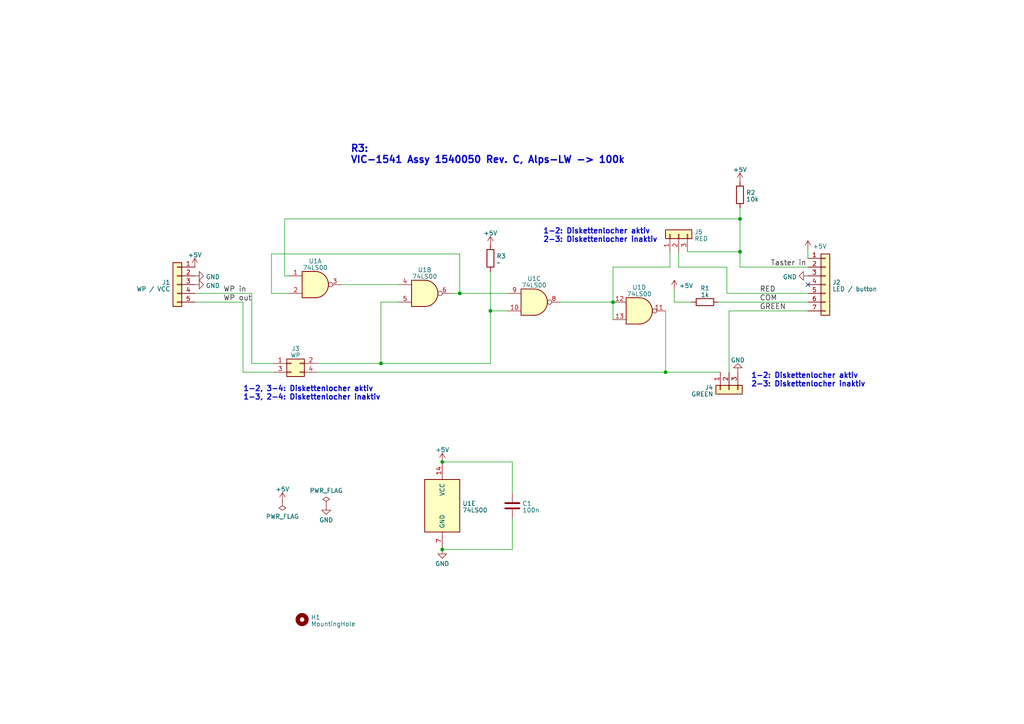
<source format=kicad_sch>
(kicad_sch (version 20230121) (generator eeschema)
  (paper "A4")
  (title_block (title "1541 Elektronischer Diskettenlocher") (date "2024-04-28") (rev "1.0") (company "TMO"))
  (lib_symbols
    (symbol "74xx:74LS00" (pin_names (offset 1.016))
      (property "Reference" "U" (at 0 1.27 0))
      (property "Value" "74LS00" (at 0 -1.27 0))
      (symbol "74LS00_1_1"
        (arc (start 0 -3.81) (mid 3.7934 0) (end 0 3.81) (stroke (width 0.254)) (fill (type background)))
        (polyline (pts (xy 0 3.81) (xy -3.81 3.81) (xy -3.81 -3.81) (xy 0 -3.81)) (stroke (width 0.254)) (fill (type background)))
        (pin input line (at -7.62 2.54 0) (length 3.81) (name "~") (number "1"))
        (pin input line (at -7.62 -2.54 0) (length 3.81) (name "~") (number "2"))
        (pin output inverted (at 7.62 0 180) (length 3.81) (name "~") (number "3"))
      )
      (symbol "74LS00_1_2"
        (arc (start -3.81 -3.81) (mid -2.589 0) (end -3.81 3.81) (stroke (width 0.254)))
        (arc (start -0.6096 -3.81) (mid 2.1842 -2.5851) (end 3.81 0) (stroke (width 0.254)) (fill (type background)))
        (polyline (pts (xy -3.81 -3.81) (xy -0.635 -3.81)) (stroke (width 0.254)) (fill (type background)))
        (polyline (pts (xy -3.81 3.81) (xy -0.635 3.81)) (stroke (width 0.254)) (fill (type background)))
        (polyline (pts (xy -0.635 3.81) (xy -3.81 3.81) (xy -3.81 3.81) (xy -3.556 3.4036) (xy -3.0226 2.2606) (xy -2.6924 1.0414) (xy -2.6162 -0.254) (xy -2.7686 -1.4986) (xy -3.175 -2.7178) (xy -3.81 -3.81) (xy -3.81 -3.81) (xy -0.635 -3.81)) (stroke (width -25.4)) (fill (type background)))
        (arc (start 3.81 0) (mid 2.1915 2.5936) (end -0.6096 3.81) (stroke (width 0.254)) (fill (type background)))
        (pin input inverted (at -7.62 2.54 0) (length 4.318) (name "~") (number "1"))
        (pin input inverted (at -7.62 -2.54 0) (length 4.318) (name "~") (number "2"))
        (pin output line (at 7.62 0 180) (length 3.81) (name "~") (number "3"))
      )
      (symbol "74LS00_2_1"
        (arc (start 0 -3.81) (mid 3.7934 0) (end 0 3.81) (stroke (width 0.254)) (fill (type background)))
        (polyline (pts (xy 0 3.81) (xy -3.81 3.81) (xy -3.81 -3.81) (xy 0 -3.81)) (stroke (width 0.254)) (fill (type background)))
        (pin input line (at -7.62 2.54 0) (length 3.81) (name "~") (number "4"))
        (pin input line (at -7.62 -2.54 0) (length 3.81) (name "~") (number "5"))
        (pin output inverted (at 7.62 0 180) (length 3.81) (name "~") (number "6"))
      )
      (symbol "74LS00_2_2"
        (arc (start -3.81 -3.81) (mid -2.589 0) (end -3.81 3.81) (stroke (width 0.254)))
        (arc (start -0.6096 -3.81) (mid 2.1842 -2.5851) (end 3.81 0) (stroke (width 0.254)) (fill (type background)))
        (polyline (pts (xy -3.81 -3.81) (xy -0.635 -3.81)) (stroke (width 0.254)) (fill (type background)))
        (polyline (pts (xy -3.81 3.81) (xy -0.635 3.81)) (stroke (width 0.254)) (fill (type background)))
        (polyline (pts (xy -0.635 3.81) (xy -3.81 3.81) (xy -3.81 3.81) (xy -3.556 3.4036) (xy -3.0226 2.2606) (xy -2.6924 1.0414) (xy -2.6162 -0.254) (xy -2.7686 -1.4986) (xy -3.175 -2.7178) (xy -3.81 -3.81) (xy -3.81 -3.81) (xy -0.635 -3.81)) (stroke (width -25.4)) (fill (type background)))
        (arc (start 3.81 0) (mid 2.1915 2.5936) (end -0.6096 3.81) (stroke (width 0.254)) (fill (type background)))
        (pin input inverted (at -7.62 2.54 0) (length 4.318) (name "~") (number "4"))
        (pin input inverted (at -7.62 -2.54 0) (length 4.318) (name "~") (number "5"))
        (pin output line (at 7.62 0 180) (length 3.81) (name "~") (number "6"))
      )
      (symbol "74LS00_3_1"
        (arc (start 0 -3.81) (mid 3.7934 0) (end 0 3.81) (stroke (width 0.254)) (fill (type background)))
        (polyline (pts (xy 0 3.81) (xy -3.81 3.81) (xy -3.81 -3.81) (xy 0 -3.81)) (stroke (width 0.254)) (fill (type background)))
        (pin input line (at -7.62 -2.54 0) (length 3.81) (name "~") (number "10"))
        (pin output inverted (at 7.62 0 180) (length 3.81) (name "~") (number "8"))
        (pin input line (at -7.62 2.54 0) (length 3.81) (name "~") (number "9"))
      )
      (symbol "74LS00_3_2"
        (arc (start -3.81 -3.81) (mid -2.589 0) (end -3.81 3.81) (stroke (width 0.254)))
        (arc (start -0.6096 -3.81) (mid 2.1842 -2.5851) (end 3.81 0) (stroke (width 0.254)) (fill (type background)))
        (polyline (pts (xy -3.81 -3.81) (xy -0.635 -3.81)) (stroke (width 0.254)) (fill (type background)))
        (polyline (pts (xy -3.81 3.81) (xy -0.635 3.81)) (stroke (width 0.254)) (fill (type background)))
        (polyline (pts (xy -0.635 3.81) (xy -3.81 3.81) (xy -3.81 3.81) (xy -3.556 3.4036) (xy -3.0226 2.2606) (xy -2.6924 1.0414) (xy -2.6162 -0.254) (xy -2.7686 -1.4986) (xy -3.175 -2.7178) (xy -3.81 -3.81) (xy -3.81 -3.81) (xy -0.635 -3.81)) (stroke (width -25.4)) (fill (type background)))
        (arc (start 3.81 0) (mid 2.1915 2.5936) (end -0.6096 3.81) (stroke (width 0.254)) (fill (type background)))
        (pin input inverted (at -7.62 -2.54 0) (length 4.318) (name "~") (number "10"))
        (pin output line (at 7.62 0 180) (length 3.81) (name "~") (number "8"))
        (pin input inverted (at -7.62 2.54 0) (length 4.318) (name "~") (number "9"))
      )
      (symbol "74LS00_4_1"
        (arc (start 0 -3.81) (mid 3.7934 0) (end 0 3.81) (stroke (width 0.254)) (fill (type background)))
        (polyline (pts (xy 0 3.81) (xy -3.81 3.81) (xy -3.81 -3.81) (xy 0 -3.81)) (stroke (width 0.254)) (fill (type background)))
        (pin output inverted (at 7.62 0 180) (length 3.81) (name "~") (number "11"))
        (pin input line (at -7.62 2.54 0) (length 3.81) (name "~") (number "12"))
        (pin input line (at -7.62 -2.54 0) (length 3.81) (name "~") (number "13"))
      )
      (symbol "74LS00_4_2"
        (arc (start -3.81 -3.81) (mid -2.589 0) (end -3.81 3.81) (stroke (width 0.254)))
        (arc (start -0.6096 -3.81) (mid 2.1842 -2.5851) (end 3.81 0) (stroke (width 0.254)) (fill (type background)))
        (polyline (pts (xy -3.81 -3.81) (xy -0.635 -3.81)) (stroke (width 0.254)) (fill (type background)))
        (polyline (pts (xy -3.81 3.81) (xy -0.635 3.81)) (stroke (width 0.254)) (fill (type background)))
        (polyline (pts (xy -0.635 3.81) (xy -3.81 3.81) (xy -3.81 3.81) (xy -3.556 3.4036) (xy -3.0226 2.2606) (xy -2.6924 1.0414) (xy -2.6162 -0.254) (xy -2.7686 -1.4986) (xy -3.175 -2.7178) (xy -3.81 -3.81) (xy -3.81 -3.81) (xy -0.635 -3.81)) (stroke (width -25.4)) (fill (type background)))
        (arc (start 3.81 0) (mid 2.1915 2.5936) (end -0.6096 3.81) (stroke (width 0.254)) (fill (type background)))
        (pin output line (at 7.62 0 180) (length 3.81) (name "~") (number "11"))
        (pin input inverted (at -7.62 2.54 0) (length 4.318) (name "~") (number "12"))
        (pin input inverted (at -7.62 -2.54 0) (length 4.318) (name "~") (number "13"))
      )
      (symbol "74LS00_5_0"
        (pin power_in line (at 0 12.7 270) (length 5.08) (name "VCC") (number "14"))
        (pin power_in line (at 0 -12.7 90) (length 5.08) (name "GND") (number "7"))
      )
      (symbol "74LS00_5_1"
        (rectangle (start -5.08 7.62) (end 5.08 -7.62) (stroke (width 0.254)) (fill (type background)))
      )
    )
    (symbol "Connector_Generic:Conn_01x03" (pin_names (offset 1.016) hide)
      (property "Reference" "J" (at 0 5.08 0))
      (property "Value" "Conn_01x03" (at 0 -5.08 0))
      (symbol "Conn_01x03_1_1"
        (rectangle (start -1.27 -2.413) (end 0 -2.667) (stroke (width 0.1524)))
        (rectangle (start -1.27 0.127) (end 0 -0.127) (stroke (width 0.1524)))
        (rectangle (start -1.27 2.667) (end 0 2.413) (stroke (width 0.1524)))
        (rectangle (start -1.27 3.81) (end 1.27 -3.81) (stroke (width 0.254)) (fill (type background)))
        (pin passive line (at -5.08 2.54 0) (length 3.81) (name "Pin_1") (number "1"))
        (pin passive line (at -5.08 0 0) (length 3.81) (name "Pin_2") (number "2"))
        (pin passive line (at -5.08 -2.54 0) (length 3.81) (name "Pin_3") (number "3"))
      )
    )
    (symbol "Connector_Generic:Conn_01x05" (pin_names (offset 1.016) hide)
      (property "Reference" "J" (at 0 7.62 0))
      (property "Value" "Conn_01x05" (at 0 -7.62 0))
      (symbol "Conn_01x05_1_1"
        (rectangle (start -1.27 -4.953) (end 0 -5.207) (stroke (width 0.1524)))
        (rectangle (start -1.27 -2.413) (end 0 -2.667) (stroke (width 0.1524)))
        (rectangle (start -1.27 0.127) (end 0 -0.127) (stroke (width 0.1524)))
        (rectangle (start -1.27 2.667) (end 0 2.413) (stroke (width 0.1524)))
        (rectangle (start -1.27 5.207) (end 0 4.953) (stroke (width 0.1524)))
        (rectangle (start -1.27 6.35) (end 1.27 -6.35) (stroke (width 0.254)) (fill (type background)))
        (pin passive line (at -5.08 5.08 0) (length 3.81) (name "Pin_1") (number "1"))
        (pin passive line (at -5.08 2.54 0) (length 3.81) (name "Pin_2") (number "2"))
        (pin passive line (at -5.08 0 0) (length 3.81) (name "Pin_3") (number "3"))
        (pin passive line (at -5.08 -2.54 0) (length 3.81) (name "Pin_4") (number "4"))
        (pin passive line (at -5.08 -5.08 0) (length 3.81) (name "Pin_5") (number "5"))
      )
    )
    (symbol "Connector_Generic:Conn_01x07" (pin_names (offset 1.016) hide)
      (property "Reference" "J" (at 0 10.16 0))
      (property "Value" "Conn_01x07" (at 0 -10.16 0))
      (symbol "Conn_01x07_1_1"
        (rectangle (start -1.27 -7.493) (end 0 -7.747) (stroke (width 0.1524)))
        (rectangle (start -1.27 -4.953) (end 0 -5.207) (stroke (width 0.1524)))
        (rectangle (start -1.27 -2.413) (end 0 -2.667) (stroke (width 0.1524)))
        (rectangle (start -1.27 0.127) (end 0 -0.127) (stroke (width 0.1524)))
        (rectangle (start -1.27 2.667) (end 0 2.413) (stroke (width 0.1524)))
        (rectangle (start -1.27 5.207) (end 0 4.953) (stroke (width 0.1524)))
        (rectangle (start -1.27 7.747) (end 0 7.493) (stroke (width 0.1524)))
        (rectangle (start -1.27 8.89) (end 1.27 -8.89) (stroke (width 0.254)) (fill (type background)))
        (pin passive line (at -5.08 7.62 0) (length 3.81) (name "Pin_1") (number "1"))
        (pin passive line (at -5.08 5.08 0) (length 3.81) (name "Pin_2") (number "2"))
        (pin passive line (at -5.08 2.54 0) (length 3.81) (name "Pin_3") (number "3"))
        (pin passive line (at -5.08 0 0) (length 3.81) (name "Pin_4") (number "4"))
        (pin passive line (at -5.08 -2.54 0) (length 3.81) (name "Pin_5") (number "5"))
        (pin passive line (at -5.08 -5.08 0) (length 3.81) (name "Pin_6") (number "6"))
        (pin passive line (at -5.08 -7.62 0) (length 3.81) (name "Pin_7") (number "7"))
      )
    )
    (symbol "Connector_Generic:Conn_02x02_Odd_Even" (pin_names (offset 1.016) hide)
      (property "Reference" "J" (at 1.27 2.54 0))
      (property "Value" "Conn_02x02_Odd_Even" (at 1.27 -5.08 0))
      (symbol "Conn_02x02_Odd_Even_1_1"
        (rectangle (start -1.27 -2.413) (end 0 -2.667) (stroke (width 0.1524)))
        (rectangle (start -1.27 0.127) (end 0 -0.127) (stroke (width 0.1524)))
        (rectangle (start -1.27 1.27) (end 3.81 -3.81) (stroke (width 0.254)) (fill (type background)))
        (rectangle (start 3.81 -2.413) (end 2.54 -2.667) (stroke (width 0.1524)))
        (rectangle (start 3.81 0.127) (end 2.54 -0.127) (stroke (width 0.1524)))
        (pin passive line (at -5.08 0 0) (length 3.81) (name "Pin_1") (number "1"))
        (pin passive line (at 7.62 0 180) (length 3.81) (name "Pin_2") (number "2"))
        (pin passive line (at -5.08 -2.54 0) (length 3.81) (name "Pin_3") (number "3"))
        (pin passive line (at 7.62 -2.54 180) (length 3.81) (name "Pin_4") (number "4"))
      )
    )
    (symbol "Device:C" (pin_numbers hide) (pin_names (offset 0.254))
      (property "Reference" "C" (at 0.635 2.54 0))
      (property "Value" "C" (at 0.635 -2.54 0))
      (symbol "C_0_1"
        (polyline (pts (xy -2.032 -0.762) (xy 2.032 -0.762)) (stroke (width 0.508)))
        (polyline (pts (xy -2.032 0.762) (xy 2.032 0.762)) (stroke (width 0.508)))
      )
      (symbol "C_1_1"
        (pin passive line (at 0 3.81 270) (length 2.794) (name "~") (number "1"))
        (pin passive line (at 0 -3.81 90) (length 2.794) (name "~") (number "2"))
      )
    )
    (symbol "Device:R" (pin_numbers hide) (pin_names (offset 0))
      (property "Reference" "R" (at 2.032 0 90))
      (property "Value" "R" (at 0 0 90))
      (symbol "R_0_1"
        (rectangle (start -1.016 -2.54) (end 1.016 2.54) (stroke (width 0.254)))
      )
      (symbol "R_1_1"
        (pin passive line (at 0 3.81 270) (length 1.27) (name "~") (number "1"))
        (pin passive line (at 0 -3.81 90) (length 1.27) (name "~") (number "2"))
      )
    )
    (symbol "Mechanical:MountingHole" (pin_names (offset 1.016))
      (property "Reference" "H" (at 0 5.08 0))
      (property "Value" "MountingHole" (at 0 3.175 0))
      (symbol "MountingHole_0_1"
        (circle (center 0 0) (radius 1.27) (stroke (width 1.27)))
      )
    )
    (symbol "power:+5V" (power) (pin_names (offset 0))
      (property "Value" "+5V" (at 0 3.556 0))
      (symbol "+5V_0_1"
        (polyline (pts (xy -0.762 1.27) (xy 0 2.54)))
        (polyline (pts (xy 0 0) (xy 0 2.54)))
        (polyline (pts (xy 0 2.54) (xy 0.762 1.27)))
      )
      (symbol "+5V_1_1"
        (pin power_in line (at 0 0 90) (length 0) hide (name "+5V") (number "1"))
      )
    )
    (symbol "power:GND" (power) (pin_names (offset 0))
      (property "Value" "GND" (at 0 -3.81 0))
      (symbol "GND_0_1"
        (polyline (pts (xy 0 0) (xy 0 -1.27) (xy 1.27 -1.27) (xy 0 -2.54) (xy -1.27 -1.27) (xy 0 -1.27)))
      )
      (symbol "GND_1_1"
        (pin power_in line (at 0 0 270) (length 0) hide (name "GND") (number "1"))
      )
    )
    (symbol "power:PWR_FLAG" (power) (pin_numbers hide) (pin_names (offset 0) hide)
      (property "Value" "PWR_FLAG" (at 0 3.81 0))
      (symbol "PWR_FLAG_0_0"
        (pin power_out line (at 0 0 90) (length 0) (name "pwr") (number "1"))
      )
      (symbol "PWR_FLAG_0_1"
        (polyline (pts (xy 0 0) (xy 0 1.27) (xy -1.016 1.905) (xy 0 2.54) (xy 1.016 1.905) (xy 0 1.27)))
      )
    )
  )
  (junction (at 128.27 133.985))
  (junction (at 142.24 90.17))
  (junction (at 177.8 87.63))
  (junction (at 110.49 105.41))
  (junction (at 128.27 159.385))
  (junction (at 193.04 107.95))
  (junction (at 214.63 73.025))
  (junction (at 214.63 63.5))
  (junction (at 133.35 85.09))
  (no_connect (at 234.315 82.55))
  (wire (pts (xy 70.485 87.63) (xy 70.485 107.95)))
  (wire (pts (xy 148.59 150.495) (xy 148.59 159.385)))
  (wire (pts (xy 214.63 77.47) (xy 234.315 77.47)))
  (wire (pts (xy 78.74 73.66) (xy 133.35 73.66)))
  (wire (pts (xy 210.82 77.47) (xy 210.82 85.09)))
  (wire (pts (xy 211.455 90.17) (xy 211.455 107.95)))
  (wire (pts (xy 133.35 73.66) (xy 133.35 85.09)))
  (wire (pts (xy 195.58 83.82) (xy 195.58 87.63)))
  (wire (pts (xy 195.58 87.63) (xy 200.66 87.63)))
  (wire (pts (xy 82.55 63.5) (xy 82.55 80.01)))
  (wire (pts (xy 148.59 133.985) (xy 148.59 142.875)))
  (wire (pts (xy 196.85 73.025) (xy 196.85 77.47)))
  (wire (pts (xy 210.82 85.09) (xy 234.315 85.09)))
  (wire (pts (xy 234.315 72.39) (xy 234.315 74.93)))
  (wire (pts (xy 211.455 90.17) (xy 234.315 90.17)))
  (wire (pts (xy 193.04 90.17) (xy 193.04 107.95)))
  (wire (pts (xy 99.06 82.55) (xy 115.57 82.55)))
  (wire (pts (xy 208.28 87.63) (xy 234.315 87.63)))
  (wire (pts (xy 73.025 85.09) (xy 73.025 105.41)))
  (wire (pts (xy 194.31 77.47) (xy 194.31 73.025)))
  (wire (pts (xy 83.82 85.09) (xy 78.74 85.09)))
  (wire (pts (xy 193.04 107.95) (xy 208.915 107.95)))
  (wire (pts (xy 177.8 87.63) (xy 177.8 77.47)))
  (wire (pts (xy 82.55 80.01) (xy 83.82 80.01)))
  (wire (pts (xy 162.56 87.63) (xy 177.8 87.63)))
  (wire (pts (xy 128.27 133.985) (xy 148.59 133.985)))
  (wire (pts (xy 110.49 87.63) (xy 115.57 87.63)))
  (wire (pts (xy 142.24 105.41) (xy 142.24 90.17)))
  (wire (pts (xy 214.63 73.025) (xy 214.63 77.47)))
  (wire (pts (xy 214.63 60.325) (xy 214.63 63.5)))
  (wire (pts (xy 110.49 87.63) (xy 110.49 105.41)))
  (wire (pts (xy 92.075 105.41) (xy 110.49 105.41)))
  (wire (pts (xy 92.075 107.95) (xy 193.04 107.95)))
  (wire (pts (xy 56.515 85.09) (xy 73.025 85.09)))
  (wire (pts (xy 214.63 63.5) (xy 214.63 73.025)))
  (wire (pts (xy 148.59 159.385) (xy 128.27 159.385)))
  (wire (pts (xy 56.515 87.63) (xy 70.485 87.63)))
  (wire (pts (xy 199.39 73.025) (xy 214.63 73.025)))
  (wire (pts (xy 73.025 105.41) (xy 79.375 105.41)))
  (wire (pts (xy 142.24 90.17) (xy 147.32 90.17)))
  (wire (pts (xy 142.24 78.74) (xy 142.24 90.17)))
  (wire (pts (xy 130.81 85.09) (xy 133.35 85.09)))
  (wire (pts (xy 196.85 77.47) (xy 210.82 77.47)))
  (wire (pts (xy 177.8 77.47) (xy 194.31 77.47)))
  (wire (pts (xy 82.55 63.5) (xy 214.63 63.5)))
  (wire (pts (xy 110.49 105.41) (xy 142.24 105.41)))
  (wire (pts (xy 70.485 107.95) (xy 79.375 107.95)))
  (wire (pts (xy 133.35 85.09) (xy 147.32 85.09)))
  (wire (pts (xy 177.8 87.63) (xy 177.8 92.71)))
  (wire (pts (xy 78.74 85.09) (xy 78.74 73.66)))
  (text "1-2: Diskettenlocher aktiv\n2-3: Diskettenlocher inaktiv" (at 157.48 70.485 0) (effects (font (size 1.524 1.524) (thickness 0.3048) bold) (justify left bottom)))
  (text "R3:\nVIC-1541 Assy 1540050 Rev. C, Alps-LW -> 100k" (at 101.6 47.625 0) (effects (font (size 2 2) (thickness 0.4) bold) (justify left bottom)))
  (text "1-2: Diskettenlocher aktiv\n2-3: Diskettenlocher inaktiv" (at 217.805 112.395 0) (effects (font (size 1.524 1.524) (thickness 0.3048) bold) (justify left bottom)))
  (text "1-2, 3-4: Diskettenlocher aktiv\n1-3, 2-4: Diskettenlocher inaktiv\n" (at 70.485 116.205 0) (effects (font (size 1.524 1.524) (thickness 0.3048) bold) (justify left bottom)))
  (label "RED" (at 220.345 85.09 0) (effects (font (size 1.524 1.524))))
  (label "WP in" (at 64.77 85.09 0) (effects (font (size 1.524 1.524))))
  (label "GREEN" (at 220.345 90.17 0) (effects (font (size 1.524 1.524))))
  (label "COM" (at 220.345 87.63 0) (effects (font (size 1.524 1.524))))
  (label "Taster in" (at 223.52 77.47 0) (effects (font (size 1.524 1.524))))
  (label "WP out" (at 64.77 87.63 0) (effects (font (size 1.524 1.524))))
  (symbol (lib_id "power:+5V") (at 128.27 133.985 0) (unit 1)
    (property "Reference" "#PWR010" (effects hide))
    (property "Value" "+5V" (at 128.27 130.4831 0))
  )
  (symbol (lib_id "power:GND") (at 234.315 80.01 270) (unit 1)
    (property "Reference" "#PWR04" (effects hide))
    (property "Value" "GND" (at 231.1401 80.3268 90) (effects (justify right)))
  )
  (symbol (lib_id "Device:R") (at 204.47 87.63 90) (unit 1)
    (property "Reference" "R1" (at 204.47 83.6041 90))
    (property "Value" "1k" (at 204.47 85.5251 90))
    (property "Footprint" "Resistor_THT:R_Axial_DIN0207_L6.3mm_D2.5mm_P10.16mm_Horizontal" (effects hide))
  )
  (symbol (lib_id "Connector_Generic:Conn_01x07") (at 239.395 82.55 0) (unit 1)
    (property "Reference" "J2" (at 241.427 81.9063 0) (effects (justify left)))
    (property "Value" "LED / button" (at 241.427 83.8273 0) (effects (justify left)))
    (property "Footprint" "Connector_PinHeader_2.54mm:PinHeader_1x07_P2.54mm_Vertical" (effects hide))
  )
  (symbol (lib_id "Connector_Generic:Conn_01x05") (at 51.435 82.55 0) (mirror y) (unit 1)
    (property "Reference" "J1" (at 49.403 81.9063 0) (effects (justify left)))
    (property "Value" "WP / VCC" (at 49.403 83.8273 0) (effects (justify left)))
    (property "Footprint" "Connector_PinHeader_2.54mm:PinHeader_1x05_P2.54mm_Vertical" (effects hide))
  )
  (symbol (lib_id "power:+5V") (at 214.63 52.705 0) (unit 1)
    (property "Reference" "#PWR03" (effects hide))
    (property "Value" "+5V" (at 214.63 49.2031 0))
  )
  (symbol (lib_id "power:GND") (at 56.515 82.55 90) (unit 1)
    (property "Reference" "#PWR014" (effects hide))
    (property "Value" "GND" (at 59.69 82.8668 90) (effects (justify right)))
  )
  (symbol (lib_id "Connector_Generic:Conn_02x02_Odd_Even") (at 84.455 105.41 0) (unit 1)
    (property "Reference" "J3" (at 85.725 101.1301 0))
    (property "Value" "WP" (at 85.725 103.0511 0))
    (property "Footprint" "Connector_PinHeader_2.54mm:PinHeader_2x02_P2.54mm_Vertical" (effects hide))
  )
  (symbol (lib_id "power:GND") (at 128.27 159.385 0) (unit 1)
    (property "Reference" "#PWR09" (effects hide))
    (property "Value" "GND" (at 128.27 163.5205 0))
  )
  (symbol (lib_id "Connector_Generic:Conn_01x03") (at 196.85 67.945 90) (unit 1)
    (property "Reference" "J5" (at 201.422 67.3013 90) (effects (justify right)))
    (property "Value" "RED" (at 201.422 69.2223 90) (effects (justify right)))
    (property "Footprint" "Connector_PinHeader_2.54mm:PinHeader_1x03_P2.54mm_Vertical" (effects hide))
  )
  (symbol (lib_id "Device:C") (at 148.59 146.685 0) (unit 1)
    (property "Reference" "C1" (at 151.511 146.0413 0) (effects (justify left)))
    (property "Value" "100n" (at 151.511 147.9623 0) (effects (justify left)))
    (property "Footprint" "Capacitor_THT:C_Disc_D10.0mm_W2.5mm_P5.00mm" (effects hide))
  )
  (symbol (lib_id "74xx:74LS00") (at 185.42 90.17 0) (unit 4)
    (property "Reference" "U1" (at 185.4117 83.3501 0))
    (property "Value" "74LS00" (at 185.4117 85.2711 0))
    (property "Footprint" "Package_DIP:DIP-14_W7.62mm_Socket_LongPads" (effects hide))
    (property "Datasheet" "http://www.ti.com/lit/gpn/sn74ls00" (effects hide))
  )
  (symbol (lib_id "Connector_Generic:Conn_01x03") (at 211.455 113.03 90) (mirror x) (unit 1)
    (property "Reference" "J4" (at 206.883 112.3863 90) (effects (justify left)))
    (property "Value" "GREEN" (at 206.883 114.3073 90) (effects (justify left)))
    (property "Footprint" "Connector_PinHeader_2.54mm:PinHeader_1x03_P2.54mm_Vertical" (effects hide))
  )
  (symbol (lib_id "power:+5V") (at 195.58 83.82 0) (unit 1)
    (property "Reference" "#PWR06" (effects hide))
    (property "Value" "+5V" (at 196.977 82.8668 0) (effects (justify left)))
  )
  (symbol (lib_id "power:GND") (at 94.615 146.685 0) (unit 1)
    (property "Reference" "#PWR012" (effects hide))
    (property "Value" "GND" (at 94.615 150.8205 0))
  )
  (symbol (lib_id "power:+5V") (at 81.915 145.415 0) (unit 1)
    (property "Reference" "#PWR011" (effects hide))
    (property "Value" "+5V" (at 81.915 141.9131 0))
  )
  (symbol (lib_id "Device:R") (at 142.24 74.93 0) (unit 1)
    (property "Reference" "R3" (at 144.018 74.2863 0) (effects (justify left)))
    (property "Value" "~" (at 144.018 76.2073 0) (effects (justify left)))
    (property "Footprint" "Resistor_THT:R_Axial_DIN0207_L6.3mm_D2.5mm_P10.16mm_Horizontal" (effects hide))
  )
  (symbol (lib_id "power:+5V") (at 234.315 72.39 0) (unit 1)
    (property "Reference" "#PWR01" (effects hide))
    (property "Value" "+5V" (at 235.712 71.4368 0) (effects (justify left)))
  )
  (symbol (lib_id "power:PWR_FLAG") (at 94.615 146.685 0) (unit 1)
    (property "Reference" "#FLG02" (effects hide))
    (property "Value" "PWR_FLAG" (at 94.615 142.2908 0))
  )
  (symbol (lib_id "power:PWR_FLAG") (at 81.915 145.415 180) (unit 1)
    (property "Reference" "#FLG01" (effects hide))
    (property "Value" "PWR_FLAG" (at 81.915 149.8092 0))
  )
  (symbol (lib_id "74xx:74LS00") (at 154.94 87.63 0) (unit 3)
    (property "Reference" "U1" (at 154.9317 80.8101 0))
    (property "Value" "74LS00" (at 154.9317 82.7311 0))
    (property "Footprint" "Package_DIP:DIP-14_W7.62mm_Socket_LongPads" (effects hide))
    (property "Datasheet" "http://www.ti.com/lit/gpn/sn74ls00" (effects hide))
  )
  (symbol (lib_id "power:+5V") (at 142.24 71.12 0) (unit 1)
    (property "Reference" "#PWR05" (effects hide))
    (property "Value" "+5V" (at 142.24 67.6181 0))
  )
  (symbol (lib_id "Device:R") (at 214.63 56.515 0) (unit 1)
    (property "Reference" "R2" (at 216.408 55.8713 0) (effects (justify left)))
    (property "Value" "10k" (at 216.408 57.7923 0) (effects (justify left)))
    (property "Footprint" "Resistor_THT:R_Axial_DIN0207_L6.3mm_D2.5mm_P10.16mm_Horizontal" (effects hide))
  )
  (symbol (lib_id "74xx:74LS00") (at 91.44 82.55 0) (unit 1)
    (property "Reference" "U1" (at 91.4317 75.7301 0))
    (property "Value" "74LS00" (at 91.4317 77.6511 0))
    (property "Footprint" "Package_DIP:DIP-14_W7.62mm_Socket_LongPads" (effects hide))
    (property "Datasheet" "http://www.ti.com/lit/gpn/sn74ls00" (effects hide))
  )
  (symbol (lib_id "power:GND") (at 213.995 107.95 180) (unit 1)
    (property "Reference" "#PWR07" (effects hide))
    (property "Value" "GND" (at 213.995 104.4481 0))
  )
  (symbol (lib_id "74xx:74LS00") (at 128.27 146.685 0) (unit 5)
    (property "Reference" "U1" (at 134.112 146.0413 0) (effects (justify left)))
    (property "Value" "74LS00" (at 134.112 147.9623 0) (effects (justify left)))
    (property "Footprint" "Package_DIP:DIP-14_W7.62mm_Socket_LongPads" (effects hide))
    (property "Datasheet" "http://www.ti.com/lit/gpn/sn74ls00" (effects hide))
  )
  (symbol (lib_id "power:+5V") (at 56.515 77.47 0) (unit 1)
    (property "Reference" "#PWR02" (effects hide))
    (property "Value" "+5V" (at 56.515 73.9681 0))
  )
  (symbol (lib_id "74xx:74LS00") (at 123.19 85.09 0) (unit 2)
    (property "Reference" "U1" (at 123.1817 78.2701 0))
    (property "Value" "74LS00" (at 123.1817 80.1911 0))
    (property "Footprint" "Package_DIP:DIP-14_W7.62mm_Socket_LongPads" (effects hide))
    (property "Datasheet" "http://www.ti.com/lit/gpn/sn74ls00" (effects hide))
  )
  (symbol (lib_id "Mechanical:MountingHole") (at 87.63 179.705 0) (unit 1)
    (property "Reference" "H1" (at 90.17 179.0613 0) (effects (justify left)))
    (property "Value" "MountingHole" (at 90.17 180.9823 0) (effects (justify left)))
    (property "Footprint" "MountingHole:MountingHole_3.2mm_M3" (effects hide))
  )
  (symbol (lib_id "power:GND") (at 56.515 80.01 90) (unit 1)
    (property "Reference" "#PWR013" (effects hide))
    (property "Value" "GND" (at 59.69 80.3268 90) (effects (justify right)))
  )
)
</source>
